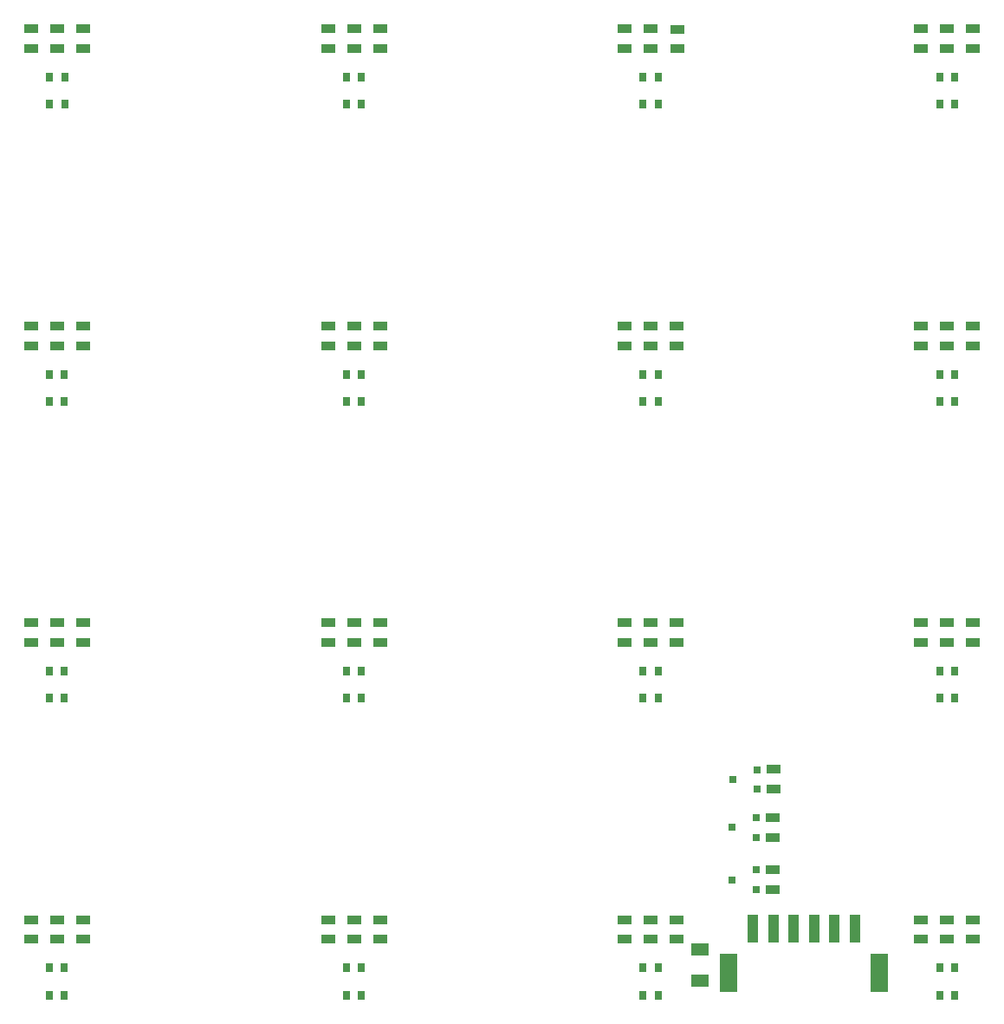
<source format=gtp>
G04*
G04 #@! TF.GenerationSoftware,Altium Limited,Altium Designer,19.1.7 (138)*
G04*
G04 Layer_Color=8421504*
%FSAX25Y25*%
%MOIN*%
G70*
G01*
G75*
%ADD15R,0.03937X0.10630*%
%ADD16R,0.07087X0.14961*%
%ADD17R,0.02756X0.03386*%
%ADD18R,0.05433X0.03622*%
%ADD19R,0.03150X0.03150*%
%ADD20R,0.06500X0.04500*%
D15*
X0291339Y0034154D02*
D03*
X0299213D02*
D03*
X0307087D02*
D03*
X0330709D02*
D03*
X0322835D02*
D03*
X0314961D02*
D03*
D16*
X0339961Y0017028D02*
D03*
X0282087D02*
D03*
D17*
X0369095Y0018838D02*
D03*
X0363288D02*
D03*
X0369095Y0008405D02*
D03*
X0363288D02*
D03*
X0254922Y0018838D02*
D03*
X0249115D02*
D03*
X0254922Y0008405D02*
D03*
X0249115D02*
D03*
X0140749Y0018838D02*
D03*
X0134942D02*
D03*
X0140749Y0008405D02*
D03*
X0134942D02*
D03*
X0026526Y0018838D02*
D03*
X0020719D02*
D03*
X0026526Y0008405D02*
D03*
X0020719D02*
D03*
X0369095Y0132962D02*
D03*
X0363288D02*
D03*
X0369095Y0122529D02*
D03*
X0363288D02*
D03*
X0254922Y0132962D02*
D03*
X0249115D02*
D03*
X0254922Y0122529D02*
D03*
X0249115D02*
D03*
X0140749Y0132962D02*
D03*
X0134942D02*
D03*
X0140749Y0122529D02*
D03*
X0134942D02*
D03*
X0026526Y0132962D02*
D03*
X0020719D02*
D03*
X0026526Y0122529D02*
D03*
X0020719D02*
D03*
X0369095Y0247135D02*
D03*
X0363288D02*
D03*
X0369095Y0236702D02*
D03*
X0363288D02*
D03*
X0254922Y0247135D02*
D03*
X0249115D02*
D03*
X0254922Y0236702D02*
D03*
X0249115D02*
D03*
X0140749Y0247135D02*
D03*
X0134942D02*
D03*
X0140749Y0236702D02*
D03*
X0134942D02*
D03*
X0026526Y0247135D02*
D03*
X0020719D02*
D03*
X0026526Y0236702D02*
D03*
X0020719D02*
D03*
X0369095Y0361309D02*
D03*
X0363288D02*
D03*
X0369095Y0350876D02*
D03*
X0363288D02*
D03*
X0254922Y0361309D02*
D03*
X0249115D02*
D03*
X0254922Y0350876D02*
D03*
X0249115D02*
D03*
X0140749Y0361309D02*
D03*
X0134942D02*
D03*
X0140749Y0350876D02*
D03*
X0134942D02*
D03*
X0026576Y0361309D02*
D03*
X0020768D02*
D03*
X0026576Y0350876D02*
D03*
X0020768D02*
D03*
D18*
X0252200Y0151505D02*
D03*
Y0143986D02*
D03*
X0299347Y0095177D02*
D03*
Y0087657D02*
D03*
X0299065Y0076667D02*
D03*
Y0069147D02*
D03*
X0299110Y0056515D02*
D03*
Y0048996D02*
D03*
X0376192Y0037382D02*
D03*
Y0029862D02*
D03*
X0366192D02*
D03*
Y0037382D02*
D03*
X0356192D02*
D03*
Y0029862D02*
D03*
X0262131Y0037382D02*
D03*
Y0029862D02*
D03*
X0252131D02*
D03*
Y0037382D02*
D03*
X0242131D02*
D03*
Y0029862D02*
D03*
X0147958Y0037382D02*
D03*
Y0029862D02*
D03*
X0137958D02*
D03*
Y0037382D02*
D03*
X0127957D02*
D03*
Y0029862D02*
D03*
X0033622Y0037382D02*
D03*
Y0029862D02*
D03*
X0023622D02*
D03*
Y0037382D02*
D03*
X0013622D02*
D03*
Y0029862D02*
D03*
X0376192Y0151505D02*
D03*
Y0143986D02*
D03*
X0366192D02*
D03*
Y0151505D02*
D03*
X0356192D02*
D03*
Y0143986D02*
D03*
X0262131Y0151505D02*
D03*
Y0143986D02*
D03*
X0242131Y0151505D02*
D03*
Y0143986D02*
D03*
X0147958Y0151505D02*
D03*
Y0143986D02*
D03*
X0137958D02*
D03*
Y0151505D02*
D03*
X0127957D02*
D03*
Y0143986D02*
D03*
X0013622Y0151505D02*
D03*
Y0143986D02*
D03*
X0023622D02*
D03*
Y0151505D02*
D03*
X0033622D02*
D03*
Y0143986D02*
D03*
X0376192Y0265679D02*
D03*
Y0258159D02*
D03*
X0366192D02*
D03*
Y0265679D02*
D03*
X0356192D02*
D03*
Y0258159D02*
D03*
X0262131Y0265679D02*
D03*
Y0258159D02*
D03*
X0252131D02*
D03*
Y0265679D02*
D03*
X0242131D02*
D03*
Y0258159D02*
D03*
X0147958Y0265679D02*
D03*
Y0258159D02*
D03*
X0137958D02*
D03*
Y0265679D02*
D03*
X0127957D02*
D03*
Y0258159D02*
D03*
X0033622Y0265679D02*
D03*
Y0258159D02*
D03*
X0013622Y0265679D02*
D03*
Y0258159D02*
D03*
X0023622D02*
D03*
Y0265679D02*
D03*
X0376192Y0379852D02*
D03*
Y0372332D02*
D03*
X0366192D02*
D03*
Y0379852D02*
D03*
X0356192D02*
D03*
Y0372332D02*
D03*
X0262205Y0379744D02*
D03*
Y0372224D02*
D03*
X0252131Y0372332D02*
D03*
Y0379852D02*
D03*
X0242131D02*
D03*
Y0372332D02*
D03*
X0147958Y0379852D02*
D03*
Y0372332D02*
D03*
X0137958D02*
D03*
Y0379852D02*
D03*
X0127957D02*
D03*
Y0372332D02*
D03*
X0033622Y0379852D02*
D03*
Y0372332D02*
D03*
X0023622D02*
D03*
Y0379852D02*
D03*
X0013622D02*
D03*
Y0372332D02*
D03*
D19*
X0292835Y0049041D02*
D03*
Y0056522D02*
D03*
X0283386Y0052781D02*
D03*
X0292868Y0069153D02*
D03*
Y0076634D02*
D03*
X0283420Y0072894D02*
D03*
X0293150Y0087624D02*
D03*
Y0095105D02*
D03*
X0283701Y0091364D02*
D03*
D20*
X0270900Y0026050D02*
D03*
Y0013950D02*
D03*
M02*

</source>
